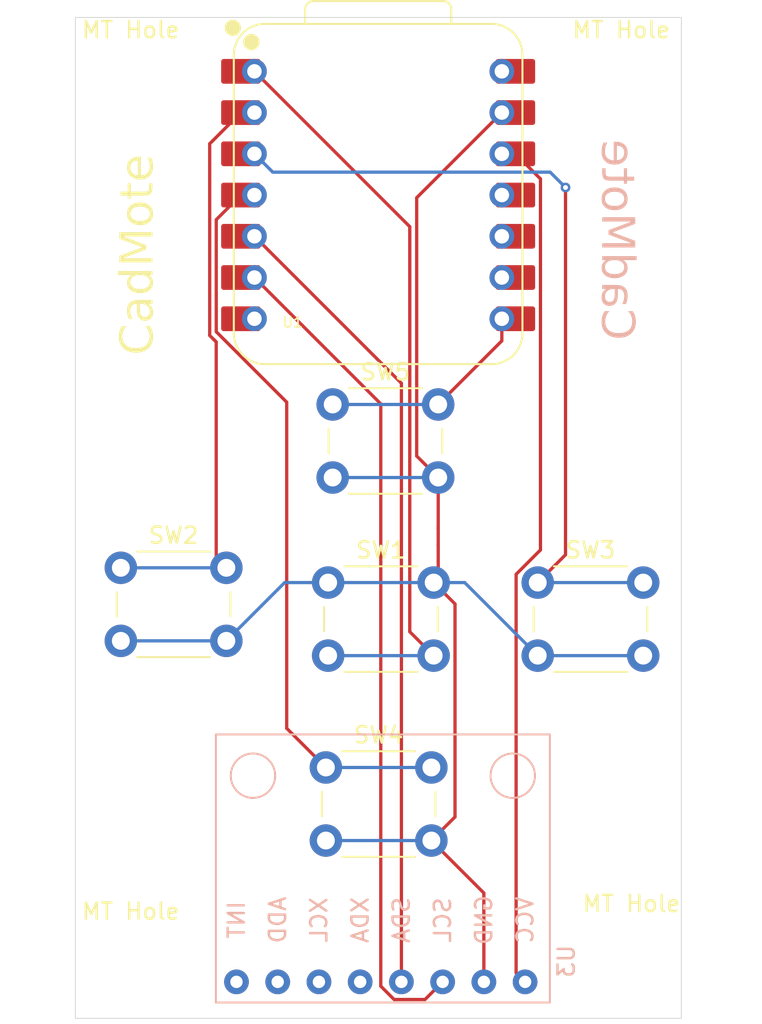
<source format=kicad_pcb>
(kicad_pcb (version 20241229) (generator "pcbnew") (generator_version "9.0")
  (layers (0 "F.Cu" signal) (2 "B.Cu" signal) (13 "F.Paste" user) (15 "B.Paste" user) (5 "F.SilkS" user "F.Silkscreen") (7 "B.SilkS" user "B.Silkscreen") (1 "F.Mask" user) (3 "B.Mask" user) (25 "Edge.Cuts" user))
  (net 0 "")
  (net 1 "Net-(U1-P0.05_A5_D5_SCL)")
  (net 2 "Net-(U1-P0.03_A1_D1)")
  (net 3 "Net-(U1-P0.04_A4_D4_SDA)")
  (net 4 "Net-(U1-P1.12_D7_RX)")
  (net 5 "Net-(U1-P0.28_A2_D2)")
  (net 6 "unconnected-(U1-P1.14_D9_MISO-Pad10)")
  (net 7 "unconnected-(U1-P1.15_D10_MOSI-Pad11)")
  (net 8 "unconnected-(U1-P1.13_D8_SCK-Pad9)")
  (net 9 "Net-(U1-P0.29_A3_D3)")
  (net 10 "unconnected-(U1-P1.11_D6_TX-Pad7)")
  (net 11 "Net-(U1-P0.02_A0_D0)")
  (net 16 "Net-(U3-GND)")
  (net 17 "Net-(U1-3V3)")
  (net 18 "unconnected-(U1-5V-Pad14)")
  (footprint "Button_Switch_THT:SW_PUSH_6mm" (layer "F.Cu") (at 186.38 80.75)
    (property "Reference" "SW3" (at 3.25 -2 0) (layer "F.SilkS"))
    (property "Value" "SW_Push")
    (fp_line (start -0.25 1.5) (end -0.25 3) (stroke (width 0.12)) (layer "F.SilkS"))
    (fp_line (start 1 5.5) (end 5.5 5.5) (stroke (width 0.12)) (layer "F.SilkS"))
    (fp_line (start 5.5 -1) (end 1 -1) (stroke (width 0.12)) (layer "F.SilkS"))
    (fp_line (start 6.75 3) (end 6.75 1.5) (stroke (width 0.12)) (layer "F.SilkS"))
    (pad "1" thru_hole circle (at 0 0 90) (size 2 2) (drill 1.1) (layers "*.Cu" "*.Mask") (net 5 "Net-(U1-P0.28_A2_D2)"))
    (pad "1" thru_hole circle (at 6.5 0 90) (size 2 2) (drill 1.1) (layers "*.Cu" "*.Mask") (net 5 "Net-(U1-P0.28_A2_D2)"))
    (pad "2" thru_hole circle (at 0 4.5 90) (size 2 2) (drill 1.1) (layers "*.Cu" "*.Mask") (net 16 "Net-(U3-GND)"))
    (pad "2" thru_hole circle (at 6.5 4.5 90) (size 2 2) (drill 1.1) (layers "*.Cu" "*.Mask") (net 16 "Net-(U3-GND)"))
  )
  (footprint "Button_Switch_THT:SW_PUSH_6mm" (layer "F.Cu") (at 173.75 69.78)
    (property "Reference" "SW5" (at 3.25 -2 0) (layer "F.SilkS"))
    (property "Value" "SW_Push")
    (fp_line (start -0.25 1.5) (end -0.25 3) (stroke (width 0.12)) (layer "F.SilkS"))
    (fp_line (start 1 5.5) (end 5.5 5.5) (stroke (width 0.12)) (layer "F.SilkS"))
    (fp_line (start 5.5 -1) (end 1 -1) (stroke (width 0.12)) (layer "F.SilkS"))
    (fp_line (start 6.75 3) (end 6.75 1.5) (stroke (width 0.12)) (layer "F.SilkS"))
    (pad "1" thru_hole circle (at 0 0 90) (size 2 2) (drill 1.1) (layers "*.Cu" "*.Mask") (net 4 "Net-(U1-P1.12_D7_RX)"))
    (pad "1" thru_hole circle (at 6.5 0 90) (size 2 2) (drill 1.1) (layers "*.Cu" "*.Mask") (net 4 "Net-(U1-P1.12_D7_RX)"))
    (pad "2" thru_hole circle (at 0 4.5 90) (size 2 2) (drill 1.1) (layers "*.Cu" "*.Mask") (net 16 "Net-(U3-GND)"))
    (pad "2" thru_hole circle (at 6.5 4.5 90) (size 2 2) (drill 1.1) (layers "*.Cu" "*.Mask") (net 16 "Net-(U3-GND)"))
  )
  (footprint "MountingHole:MountingHole_2.1mm" (layer "F.Cu") (at 192.16 103.58)
    (property "Reference" "MT Hole" (at 0 -3.05 0) (layer "F.SilkS"))
    (property "Value" "MountingHole_2.1mm")
    (pad "" np_thru_hole circle (at 0 0) (size 2.1 2.1) (drill 2.1) (layers "*.Cu" "*.Mask"))
  )
  (footprint "MountingHole:MountingHole_2.1mm" (layer "F.Cu") (at 161.31 49.76)
    (property "Reference" "MT Hole" (at 0 -3.05 0) (layer "F.SilkS"))
    (property "Value" "MountingHole_2.1mm")
    (pad "" np_thru_hole circle (at 0 0) (size 2.1 2.1) (drill 2.1) (layers "*.Cu" "*.Mask"))
  )
  (footprint "Button_Switch_THT:SW_PUSH_6mm" (layer "F.Cu") (at 173.47 80.75)
    (property "Reference" "SW1" (at 3.25 -2 0) (layer "F.SilkS"))
    (property "Value" "SW_Push")
    (fp_line (start -0.25 1.5) (end -0.25 3) (stroke (width 0.12)) (layer "F.SilkS"))
    (fp_line (start 1 5.5) (end 5.5 5.5) (stroke (width 0.12)) (layer "F.SilkS"))
    (fp_line (start 5.5 -1) (end 1 -1) (stroke (width 0.12)) (layer "F.SilkS"))
    (fp_line (start 6.75 3) (end 6.75 1.5) (stroke (width 0.12)) (layer "F.SilkS"))
    (pad "1" thru_hole circle (at 0 0 90) (size 2 2) (drill 1.1) (layers "*.Cu" "*.Mask") (net 16 "Net-(U3-GND)"))
    (pad "1" thru_hole circle (at 6.5 0 90) (size 2 2) (drill 1.1) (layers "*.Cu" "*.Mask") (net 16 "Net-(U3-GND)"))
    (pad "2" thru_hole circle (at 0 4.5 90) (size 2 2) (drill 1.1) (layers "*.Cu" "*.Mask") (net 11 "Net-(U1-P0.02_A0_D0)"))
    (pad "2" thru_hole circle (at 6.5 4.5 90) (size 2 2) (drill 1.1) (layers "*.Cu" "*.Mask") (net 11 "Net-(U1-P0.02_A0_D0)"))
  )
  (footprint "Button_Switch_THT:SW_PUSH_6mm" (layer "F.Cu") (at 160.7 79.84)
    (property "Reference" "SW2" (at 3.25 -2 0) (layer "F.SilkS"))
    (property "Value" "SW_Push")
    (fp_line (start -0.25 1.5) (end -0.25 3) (stroke (width 0.12)) (layer "F.SilkS"))
    (fp_line (start 1 5.5) (end 5.5 5.5) (stroke (width 0.12)) (layer "F.SilkS"))
    (fp_line (start 5.5 -1) (end 1 -1) (stroke (width 0.12)) (layer "F.SilkS"))
    (fp_line (start 6.75 3) (end 6.75 1.5) (stroke (width 0.12)) (layer "F.SilkS"))
    (pad "1" thru_hole circle (at 0 0 90) (size 2 2) (drill 1.1) (layers "*.Cu" "*.Mask") (net 2 "Net-(U1-P0.03_A1_D1)"))
    (pad "1" thru_hole circle (at 6.5 0 90) (size 2 2) (drill 1.1) (layers "*.Cu" "*.Mask") (net 2 "Net-(U1-P0.03_A1_D1)"))
    (pad "2" thru_hole circle (at 0 4.5 90) (size 2 2) (drill 1.1) (layers "*.Cu" "*.Mask") (net 16 "Net-(U3-GND)"))
    (pad "2" thru_hole circle (at 6.5 4.5 90) (size 2 2) (drill 1.1) (layers "*.Cu" "*.Mask") (net 16 "Net-(U3-GND)"))
  )
  (footprint "Button_Switch_THT:SW_PUSH_6mm" (layer "F.Cu") (at 173.33 92.14)
    (property "Reference" "SW4" (at 3.25 -2 0) (layer "F.SilkS"))
    (property "Value" "SW_Push")
    (fp_line (start -0.25 1.5) (end -0.25 3) (stroke (width 0.12)) (layer "F.SilkS"))
    (fp_line (start 1 5.5) (end 5.5 5.5) (stroke (width 0.12)) (layer "F.SilkS"))
    (fp_line (start 5.5 -1) (end 1 -1) (stroke (width 0.12)) (layer "F.SilkS"))
    (fp_line (start 6.75 3) (end 6.75 1.5) (stroke (width 0.12)) (layer "F.SilkS"))
    (pad "1" thru_hole circle (at 0 0 90) (size 2 2) (drill 1.1) (layers "*.Cu" "*.Mask") (net 9 "Net-(U1-P0.29_A3_D3)"))
    (pad "1" thru_hole circle (at 6.5 0 90) (size 2 2) (drill 1.1) (layers "*.Cu" "*.Mask") (net 9 "Net-(U1-P0.29_A3_D3)"))
    (pad "2" thru_hole circle (at 0 4.5 90) (size 2 2) (drill 1.1) (layers "*.Cu" "*.Mask") (net 16 "Net-(U3-GND)"))
    (pad "2" thru_hole circle (at 6.5 4.5 90) (size 2 2) (drill 1.1) (layers "*.Cu" "*.Mask") (net 16 "Net-(U3-GND)"))
  )
  (footprint "MountingHole:MountingHole_2.1mm" (layer "F.Cu") (at 191.53 49.76)
    (property "Reference" "MT Hole" (at 0 -3.05 0) (layer "F.SilkS"))
    (property "Value" "MountingHole_2.1mm")
    (pad "" np_thru_hole circle (at 0 0) (size 2.1 2.1) (drill 2.1) (layers "*.Cu" "*.Mask"))
  )
  (footprint "MountingHole:MountingHole_2.1mm" (layer "F.Cu") (at 161.31 104.05)
    (property "Reference" "MT Hole" (at 0 -3.05 0) (layer "F.SilkS"))
    (property "Value" "MountingHole_2.1mm")
    (pad "" np_thru_hole circle (at 0 0) (size 2.1 2.1) (drill 2.1) (layers "*.Cu" "*.Mask"))
  )
  (footprint "Seeed Studio XIAO Series Library:XIAO-RP2040-DIP" (layer "F.Cu") (at 176.55 56.88)
    (property "Reference" "U1" (at -5.27 7.83 0) (layer "F.SilkS") (effects (font (size 0.635 0.635) (thickness 0.1016))))
    (property "Value" "Seeed Studio XIAO nRF52840")
    (fp_line (start -8.89 8.509) (end -8.89 -8.636) (stroke (width 0.127)) (layer "F.SilkS"))
    (fp_line (start -6.985 10.414) (end 6.985 10.414) (stroke (width 0.127)) (layer "F.SilkS"))
    (fp_line (start -4.495 -10.541) (end -4.491272 -11.451272) (stroke (width 0.127)) (layer "F.SilkS"))
    (fp_line (start -3.991272 -11.951) (end 4.004 -11.951) (stroke (width 0.127)) (layer "F.SilkS"))
    (fp_line (start 4.504 -11.451) (end 4.504 -10.541) (stroke (width 0.127)) (layer "F.SilkS"))
    (fp_line (start 6.985 -10.541) (end -6.985 -10.541) (stroke (width 0.1)) (layer "F.SilkS"))
    (fp_line (start 6.985 -10.541) (end -6.985 -10.541) (stroke (width 0.127)) (layer "F.SilkS"))
    (fp_line (start 8.89 8.509) (end 8.89 -8.636) (stroke (width 0.127)) (layer "F.SilkS"))
    (fp_arc (start -8.89 -8.636) (mid -8.332038 -9.983038) (end -6.985 -10.541) (stroke (width 0.127)) (layer "F.SilkS"))
    (fp_arc (start -6.985 10.414) (mid -8.332038 9.856038) (end -8.89 8.509) (stroke (width 0.127)) (layer "F.SilkS"))
    (fp_arc (start -4.491272 -11.451272) (mid -4.344728 -11.80464) (end -3.991272 -11.951) (stroke (width 0.127)) (layer "F.SilkS"))
    (fp_arc (start 4.004 -11.951) (mid 4.357553 -11.804553) (end 4.504 -11.451) (stroke (width 0.127)) (layer "F.SilkS"))
    (fp_arc (start 6.985 -10.541) (mid 8.332038 -9.983038) (end 8.89 -8.636) (stroke (width 0.127)) (layer "F.SilkS"))
    (fp_arc (start 8.89 8.509) (mid 8.332038 9.856038) (end 6.985 10.414) (stroke (width 0.127)) (layer "F.SilkS"))
    (fp_circle (center -8.95 -10.3) (end -8.95 -10.554) (stroke (width 0.5)) (fill yes) (layer "F.SilkS"))
    (fp_circle (center -7.807 -9.42) (end -7.807 -9.674) (stroke (width 0.5)) (fill yes) (layer "F.SilkS"))
    (pad "1" smd roundrect (at -8.455 -7.62 180) (size 2.432 1.524) (layers "F.Cu" "F.Mask") (roundrect_rratio 0.1) (net 11 "Net-(U1-P0.02_A0_D0)"))
    (pad "1" thru_hole circle (at -7.62 -7.62 180) (size 1.524 1.524) (drill 0.889) (layers "*.Cu" "*.Mask") (net 11 "Net-(U1-P0.02_A0_D0)"))
    (pad "2" smd roundrect (at -8.455 -5.08 180) (size 2.432 1.524) (layers "F.Cu" "F.Mask") (roundrect_rratio 0.1) (net 2 "Net-(U1-P0.03_A1_D1)"))
    (pad "2" thru_hole circle (at -7.62 -5.08 180) (size 1.524 1.524) (drill 0.889) (layers "*.Cu" "*.Mask") (net 2 "Net-(U1-P0.03_A1_D1)"))
    (pad "3" smd roundrect (at -8.455 -2.54 180) (size 2.432 1.524) (layers "F.Cu" "F.Mask") (roundrect_rratio 0.1) (net 5 "Net-(U1-P0.28_A2_D2)"))
    (pad "3" thru_hole circle (at -7.62 -2.54 180) (size 1.524 1.524) (drill 0.889) (layers "*.Cu" "*.Mask") (net 5 "Net-(U1-P0.28_A2_D2)"))
    (pad "4" smd roundrect (at -8.455 0 180) (size 2.432 1.524) (layers "F.Cu" "F.Mask") (roundrect_rratio 0.1) (net 9 "Net-(U1-P0.29_A3_D3)"))
    (pad "4" thru_hole circle (at -7.62 0 180) (size 1.524 1.524) (drill 0.889) (layers "*.Cu" "*.Mask") (net 9 "Net-(U1-P0.29_A3_D3)"))
    (pad "5" smd roundrect (at -8.455 2.54 180) (size 2.432 1.524) (layers "F.Cu" "F.Mask") (roundrect_rratio 0.1) (net 3 "Net-(U1-P0.04_A4_D4_SDA)"))
    (pad "5" thru_hole circle (at -7.62 2.54 180) (size 1.524 1.524) (drill 0.889) (layers "*.Cu" "*.Mask") (net 3 "Net-(U1-P0.04_A4_D4_SDA)"))
    (pad "6" smd roundrect (at -8.455 5.08 180) (size 2.432 1.524) (layers "F.Cu" "F.Mask") (roundrect_rratio 0.1) (net 1 "Net-(U1-P0.05_A5_D5_SCL)"))
    (pad "6" thru_hole circle (at -7.62 5.08 180) (size 1.524 1.524) (drill 0.889) (layers "*.Cu" "*.Mask") (net 1 "Net-(U1-P0.05_A5_D5_SCL)"))
    (pad "7" smd roundrect (at -8.455 7.62 180) (size 2.432 1.524) (layers "F.Cu" "F.Mask") (roundrect_rratio 0.1) (net 10 "unconnected-(U1-P1.11_D6_TX-Pad7)"))
    (pad "7" thru_hole circle (at -7.62 7.62 180) (size 1.524 1.524) (drill 0.889) (layers "*.Cu" "*.Mask") (net 10 "unconnected-(U1-P1.11_D6_TX-Pad7)"))
    (pad "8" thru_hole circle (at 7.62 7.62) (size 1.524 1.524) (drill 0.889) (layers "*.Cu" "*.Mask") (net 4 "Net-(U1-P1.12_D7_RX)"))
    (pad "8" smd roundrect (at 8.455 7.62) (size 2.432 1.524) (layers "F.Cu" "F.Mask") (roundrect_rratio 0.1) (net 4 "Net-(U1-P1.12_D7_RX)"))
    (pad "9" thru_hole circle (at 7.62 5.08) (size 1.524 1.524) (drill 0.889) (layers "*.Cu" "*.Mask") (net 8 "unconnected-(U1-P1.13_D8_SCK-Pad9)"))
    (pad "9" smd roundrect (at 8.455 5.08) (size 2.432 1.524) (layers "F.Cu" "F.Mask") (roundrect_rratio 0.1) (net 8 "unconnected-(U1-P1.13_D8_SCK-Pad9)"))
    (pad "10" thru_hole circle (at 7.62 2.54) (size 1.524 1.524) (drill 0.889) (layers "*.Cu" "*.Mask") (net 6 "unconnected-(U1-P1.14_D9_MISO-Pad10)"))
    (pad "10" smd roundrect (at 8.455 2.54) (size 2.432 1.524) (layers "F.Cu" "F.Mask") (roundrect_rratio 0.1) (net 6 "unconnected-(U1-P1.14_D9_MISO-Pad10)"))
    (pad "11" thru_hole circle (at 7.62 0) (size 1.524 1.524) (drill 0.889) (layers "*.Cu" "*.Mask") (net 7 "unconnected-(U1-P1.15_D10_MOSI-Pad11)"))
    (pad "11" smd roundrect (at 8.455 0) (size 2.432 1.524) (layers "F.Cu" "F.Mask") (roundrect_rratio 0.1) (net 7 "unconnected-(U1-P1.15_D10_MOSI-Pad11)"))
    (pad "12" thru_hole circle (at 7.62 -2.54) (size 1.524 1.524) (drill 0.889) (layers "*.Cu" "*.Mask") (net 17 "Net-(U1-3V3)"))
    (pad "12" smd roundrect (at 8.455 -2.54) (size 2.432 1.524) (layers "F.Cu" "F.Mask") (roundrect_rratio 0.1) (net 17 "Net-(U1-3V3)"))
    (pad "13" thru_hole circle (at 7.62 -5.08) (size 1.524 1.524) (drill 0.889) (layers "*.Cu" "*.Mask") (net 16 "Net-(U3-GND)"))
    (pad "13" smd roundrect (at 8.455 -5.08) (size 2.432 1.524) (layers "F.Cu" "F.Mask") (roundrect_rratio 0.1) (net 16 "Net-(U3-GND)"))
    (pad "14" thru_hole circle (at 7.62 -7.62) (size 1.524 1.524) (drill 0.889) (layers "*.Cu" "*.Mask") (net 18 "unconnected-(U1-5V-Pad14)"))
    (pad "14" smd roundrect (at 8.455 -7.62) (size 2.432 1.524) (layers "F.Cu" "F.Mask") (roundrect_rratio 0.1) (net 18 "unconnected-(U1-5V-Pad14)"))
  )
  (footprint "Library:module_mpu6050" (layer "B.Cu") (at 167.823 105.345 90)
    (property "Reference" "U3" (at 1.27 20.32 90) (layer "B.SilkS") (effects (justify mirror)))
    (property "Value" "module_mpu6050")
    (fp_line (start 15.24 -1.27) (end -1.27 -1.27) (stroke (width 0.12)) (layer "B.SilkS"))
    (fp_line (start -1.27 -1.27) (end -1.27 19.304) (stroke (width 0.12)) (layer "B.SilkS"))
    (fp_line (start 15.24 19.304) (end 15.24 -1.27) (stroke (width 0.12)) (layer "B.SilkS"))
    (fp_line (start -1.27 19.304) (end 15.24 19.304) (stroke (width 0.12)) (layer "B.SilkS"))
    (fp_circle (center 12.7 1.016) (end 13.208 -0.254) (stroke (width 0.12)) (fill no) (layer "B.SilkS"))
    (fp_circle (center 12.7 17.018) (end 13.208 15.748) (stroke (width 0.12)) (fill no) (layer "B.SilkS"))
    (fp_text user "VCC" (at 3.81 17.78 90) (layer "B.SilkS") (effects (justify mirror)))
    (fp_text user "XCL" (at 3.81 5.08 90) (layer "B.SilkS") (effects (justify mirror)))
    (fp_text user "ADD" (at 3.81 2.54 90) (layer "B.SilkS") (effects (justify mirror)))
    (fp_text user "GND" (at 3.81 15.24 90) (layer "B.SilkS") (effects (justify mirror)))
    (fp_text user "INT" (at 3.81 0 90) (layer "B.SilkS") (effects (justify mirror)))
    (fp_text user "XDA" (at 3.81 7.62 90) (layer "B.SilkS") (effects (justify mirror)))
    (fp_text user "SCL" (at 3.81 12.7 90) (layer "B.SilkS") (effects (justify mirror)))
    (fp_text user "SDA" (at 3.81 10.16 90) (layer "B.SilkS") (effects (justify mirror)))
    (pad "1" thru_hole circle (at 0 17.78 90) (size 1.524 1.524) (drill 0.762) (layers "*.Cu" "*.Mask") (net 17 "Net-(U1-3V3)"))
    (pad "2" thru_hole circle (at 0 15.24 90) (size 1.524 1.524) (drill 0.762) (layers "*.Cu" "*.Mask") (net 16 "Net-(U3-GND)"))
    (pad "3" thru_hole circle (at 0 12.7 90) (size 1.524 1.524) (drill 0.762) (layers "*.Cu" "*.Mask") (net 1 "Net-(U1-P0.05_A5_D5_SCL)"))
    (pad "4" thru_hole circle (at 0 10.16 90) (size 1.524 1.524) (drill 0.762) (layers "*.Cu" "*.Mask") (net 3 "Net-(U1-P0.04_A4_D4_SDA)"))
    (pad "5" thru_hole circle (at 0 7.62 90) (size 1.524 1.524) (drill 0.762) (layers "*.Cu" "*.Mask"))
    (pad "6" thru_hole circle (at 0 5.08 90) (size 1.524 1.524) (drill 0.762) (layers "*.Cu" "*.Mask"))
    (pad "7" thru_hole circle (at 0 2.54 90) (size 1.524 1.524) (drill 0.762) (layers "*.Cu" "*.Mask"))
    (pad "8" thru_hole circle (at 0 0 90) (size 1.524 1.524) (drill 0.762) (layers "*.Cu" "*.Mask"))
  )
  (gr_rect (start 157.9 45.94) (end 195.23 107.59) (stroke (width 0.05)) (fill no) (layer "Edge.Cuts"))
  (gr_text "CadMote" (at 162.99 66.75 90) (layer "F.SilkS") (effects (font (size 2 2) (thickness 0.1)) (justify left bottom)))
  (gr_text "CadMote" (at 190.01 65.83 -90) (layer "B.SilkS") (effects (font (size 2 2) (thickness 0.1)) (justify left bottom mirror)))
  (segment (start 168.095 61.96) (end 168.93 61.96) (width 0.2) (layer "F.Cu") (net 1))
  (segment (start 176.713 105.6091) (end 177.5348 106.4309) (width 0.2) (layer "F.Cu") (net 1))
  (segment (start 179.4371 106.4309) (end 180.523 105.345) (width 0.2) (layer "F.Cu") (net 1))
  (segment (start 177.5348 106.4309) (end 179.4371 106.4309) (width 0.2) (layer "F.Cu") (net 1))
  (segment (start 168.93 61.96) (end 176.713 69.743) (width 0.2) (layer "F.Cu") (net 1))
  (segment (start 176.713 69.743) (end 176.713 105.6091) (width 0.2) (layer "F.Cu") (net 1))
  (segment (start 166.4103 65.7645) (end 166.5751 65.9293) (width 0.2) (layer "F.Cu") (net 2))
  (segment (start 166.1749 53.7201) (end 166.1749 65.5291) (width 0.2) (layer "F.Cu") (net 2))
  (segment (start 166.5751 79.2151) (end 167.2 79.84) (width 0.2) (layer "F.Cu") (net 2))
  (segment (start 168.93 51.8) (end 168.095 51.8) (width 0.2) (layer "F.Cu") (net 2))
  (segment (start 166.5751 65.9293) (end 166.5751 79.2151) (width 0.2) (layer "F.Cu") (net 2))
  (segment (start 168.095 51.8) (end 166.1749 53.7201) (width 0.2) (layer "F.Cu") (net 2))
  (segment (start 166.1749 65.5291) (end 166.4103 65.7645) (width 0.2) (layer "F.Cu") (net 2))
  (segment (start 166.4103 65.7645) (end 166.5751 65.9293) (width 0.2) (layer "F.Cu") (net 2))
  (segment (start 160.7 79.84) (end 167.2 79.84) (width 0.2) (layer "B.Cu") (net 2))
  (segment (start 168.5538 59.42) (end 168.5125 59.42) (width 0.2) (layer "F.Cu") (net 3))
  (segment (start 168.5125 59.42) (end 168.095 59.42) (width 0.2) (layer "F.Cu") (net 3))
  (segment (start 168.93 59.42) (end 177.983 68.473) (width 0.2) (layer "F.Cu") (net 3))
  (segment (start 168.93 59.42) (end 168.5538 59.42) (width 0.2) (layer "F.Cu") (net 3))
  (segment (start 177.983 68.473) (end 177.983 105.345) (width 0.2) (layer "F.Cu") (net 3))
  (segment (start 184.17 65.86) (end 180.25 69.78) (width 0.2) (layer "F.Cu") (net 4))
  (segment (start 184.5462 64.5) (end 184.17 64.5) (width 0.2) (layer "F.Cu") (net 4))
  (segment (start 184.17 64.5) (end 184.17 65.86) (width 0.2) (layer "F.Cu") (net 4))
  (segment (start 184.5875 64.5) (end 184.5462 64.5) (width 0.2) (layer "F.Cu") (net 4))
  (segment (start 185.005 64.5) (end 184.5875 64.5) (width 0.2) (layer "F.Cu") (net 4))
  (segment (start 180.25 69.78) (end 173.75 69.78) (width 0.2) (layer "B.Cu") (net 4))
  (segment (start 188.092 79.038) (end 186.38 80.75) (width 0.2) (layer "F.Cu") (net 5))
  (segment (start 188.092 56.415) (end 188.092 79.038) (width 0.2) (layer "F.Cu") (net 5))
  (segment (start 168.93 54.34) (end 168.095 54.34) (width 0.2) (layer "F.Cu") (net 5))
  (via (at 188.092 56.415) (size 0.6) (drill 0.3) (layers "F.Cu" "B.Cu") (net 5))
  (segment (start 187.1454 55.4684) (end 188.092 56.415) (width 0.2) (layer "B.Cu") (net 5))
  (segment (start 168.93 54.34) (end 170.0584 55.4684) (width 0.2) (layer "B.Cu") (net 5))
  (segment (start 186.38 80.75) (end 192.88 80.75) (width 0.2) (layer "B.Cu") (net 5))
  (segment (start 170.0584 55.4684) (end 187.1454 55.4684) (width 0.2) (layer "B.Cu") (net 5))
  (segment (start 185.005 59.42) (end 184.17 59.42) (width 0.2) (layer "F.Cu") (net 6))
  (segment (start 185.005 56.88) (end 184.17 56.88) (width 0.2) (layer "F.Cu") (net 7))
  (segment (start 185.005 61.96) (end 184.17 61.96) (width 0.2) (layer "F.Cu") (net 8))
  (segment (start 166.5766 58.3984) (end 166.5766 65.2979) (width 0.2) (layer "F.Cu") (net 9))
  (segment (start 170.9182 69.6395) (end 170.9182 89.7282) (width 0.2) (layer "F.Cu") (net 9))
  (segment (start 166.5766 65.2979) (end 170.9182 69.6395) (width 0.2) (layer "F.Cu") (net 9))
  (segment (start 168.095 56.88) (end 168.93 56.88) (width 0.2) (layer "F.Cu") (net 9))
  (segment (start 168.095 56.88) (end 166.5766 58.3984) (width 0.2) (layer "F.Cu") (net 9))
  (segment (start 170.9182 89.7282) (end 173.33 92.14) (width 0.2) (layer "F.Cu") (net 9))
  (segment (start 173.33 92.14) (end 179.83 92.14) (width 0.2) (layer "B.Cu") (net 9))
  (segment (start 168.93 64.5) (end 168.095 64.5) (width 0.2) (layer "F.Cu") (net 10))
  (segment (start 168.5538 49.26) (end 168.5125 49.26) (width 0.2) (layer "F.Cu") (net 11))
  (segment (start 168.93 49.26) (end 178.4992 58.8292) (width 0.2) (layer "F.Cu") (net 11))
  (segment (start 178.4992 58.8292) (end 178.4992 83.7792) (width 0.2) (layer "F.Cu") (net 11))
  (segment (start 168.93 49.26) (end 168.5538 49.26) (width 0.2) (layer "F.Cu") (net 11))
  (segment (start 168.5125 49.26) (end 168.095 49.26) (width 0.2) (layer "F.Cu") (net 11))
  (segment (start 178.4992 83.7792) (end 179.97 85.25) (width 0.2) (layer "F.Cu") (net 11))
  (segment (start 173.47 85.25) (end 179.97 85.25) (width 0.2) (layer "B.Cu") (net 11))
  (segment (start 181.2849 82.0649) (end 181.2849 95.1851) (width 0.2) (layer "F.Cu") (net 16))
  (segment (start 181.2849 95.1851) (end 179.83 96.64) (width 0.2) (layer "F.Cu") (net 16))
  (segment (start 180.25 80.216) (end 180.25 79.4399) (width 0.2) (layer "F.Cu") (net 16))
  (segment (start 179.97 80.75) (end 180.25 80.47) (width 0.2) (layer "F.Cu") (net 16))
  (segment (start 178.9254 57.0446) (end 178.9254 72.9554) (width 0.2) (layer "F.Cu") (net 16))
  (segment (start 180.25 78.4099) (end 180.25 77.4163) (width 0.2) (layer "F.Cu") (net 16))
  (segment (start 178.9254 72.9554) (end 180.25 74.28) (width 0.2) (layer "F.Cu") (net 16))
  (segment (start 180.25 77.375) (end 180.25 74.28) (width 0.2) (layer "F.Cu") (net 16))
  (segment (start 184.5462 51.8) (end 184.5875 51.8) (width 0.2) (layer "F.Cu") (net 16))
  (segment (start 180.25 77.4163) (end 180.25 77.375) (width 0.2) (layer "F.Cu") (net 16))
  (segment (start 180.25 80.47) (end 180.25 80.2573) (width 0.2) (layer "F.Cu") (net 16))
  (segment (start 184.17 51.8) (end 178.9254 57.0446) (width 0.2) (layer "F.Cu") (net 16))
  (segment (start 184.17 51.8) (end 184.5462 51.8) (width 0.2) (layer "F.Cu") (net 16))
  (segment (start 179.97 80.75) (end 181.2849 82.0649) (width 0.2) (layer "F.Cu") (net 16))
  (segment (start 180.25 80.2573) (end 180.25 80.216) (width 0.2) (layer "F.Cu") (net 16))
  (segment (start 183.063 105.345) (end 183.063 99.873) (width 0.2) (layer "F.Cu") (net 16))
  (segment (start 183.063 99.873) (end 179.83 96.64) (width 0.2) (layer "F.Cu") (net 16))
  (segment (start 180.25 79.4399) (end 180.25 78.4099) (width 0.2) (layer "F.Cu") (net 16))
  (segment (start 184.5875 51.8) (end 185.005 51.8) (width 0.2) (layer "F.Cu") (net 16))
  (segment (start 186.38 85.25) (end 192.88 85.25) (width 0.2) (layer "B.Cu") (net 16))
  (segment (start 167.2 84.34) (end 160.7 84.34) (width 0.2) (layer "B.Cu") (net 16))
  (segment (start 173.47 80.75) (end 170.79 80.75) (width 0.2) (layer "B.Cu") (net 16))
  (segment (start 181.88 80.75) (end 179.97 80.75) (width 0.2) (layer "B.Cu") (net 16))
  (segment (start 186.38 85.25) (end 181.88 80.75) (width 0.2) (layer "B.Cu") (net 16))
  (segment (start 179.83 96.64) (end 173.33 96.64) (width 0.2) (layer "B.Cu") (net 16))
  (segment (start 173.75 74.28) (end 180.25 74.28) (width 0.2) (layer "B.Cu") (net 16))
  (segment (start 173.47 80.75) (end 179.97 80.75) (width 0.2) (layer "B.Cu") (net 16))
  (segment (start 170.79 80.75) (end 167.2 84.34) (width 0.2) (layer "B.Cu") (net 16))
  (segment (start 185.0488 80.2403) (end 185.0488 104.7908) (width 0.2) (layer "F.Cu") (net 17))
  (segment (start 186.549 78.7401) (end 185.0488 80.2403) (width 0.2) (layer "F.Cu") (net 17))
  (segment (start 186.549 55.884) (end 186.549 78.7401) (width 0.2) (layer "F.Cu") (net 17))
  (segment (start 184.17 54.34) (end 185.005 54.34) (width 0.2) (layer "F.Cu") (net 17))
  (segment (start 185.005 54.34) (end 186.549 55.884) (width 0.2) (layer "F.Cu") (net 17))
  (segment (start 185.0488 104.7908) (end 185.603 105.345) (width 0.2) (layer "F.Cu") (net 17))
  (segment (start 185.005 49.26) (end 184.17 49.26) (width 0.2) (layer "F.Cu") (net 18))
)
</source>
